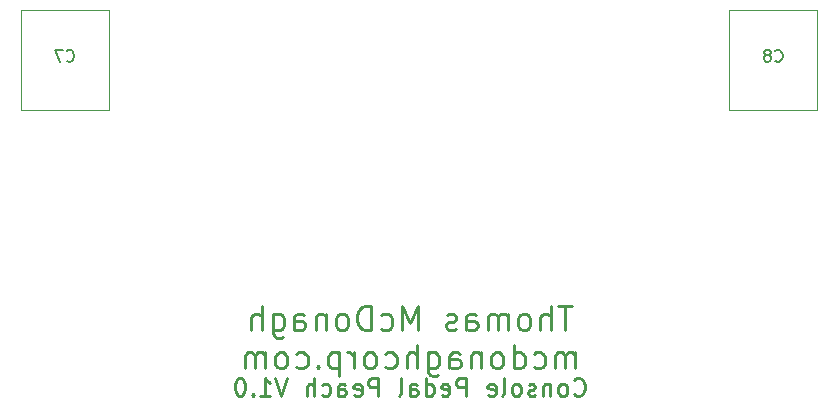
<source format=gbr>
G04 #@! TF.GenerationSoftware,KiCad,Pcbnew,(5.1.7)-1*
G04 #@! TF.CreationDate,2021-06-02T12:35:44-05:00*
G04 #@! TF.ProjectId,ConsolePedalPeach,436f6e73-6f6c-4655-9065-64616c506561,rev?*
G04 #@! TF.SameCoordinates,Original*
G04 #@! TF.FileFunction,Legend,Bot*
G04 #@! TF.FilePolarity,Positive*
%FSLAX46Y46*%
G04 Gerber Fmt 4.6, Leading zero omitted, Abs format (unit mm)*
G04 Created by KiCad (PCBNEW (5.1.7)-1) date 2021-06-02 12:35:44*
%MOMM*%
%LPD*%
G01*
G04 APERTURE LIST*
%ADD10C,0.250000*%
%ADD11C,0.120000*%
%ADD12C,0.150000*%
G04 APERTURE END LIST*
D10*
X145972857Y-121820714D02*
X146044285Y-121892142D01*
X146258571Y-121963571D01*
X146401428Y-121963571D01*
X146615714Y-121892142D01*
X146758571Y-121749285D01*
X146830000Y-121606428D01*
X146901428Y-121320714D01*
X146901428Y-121106428D01*
X146830000Y-120820714D01*
X146758571Y-120677857D01*
X146615714Y-120535000D01*
X146401428Y-120463571D01*
X146258571Y-120463571D01*
X146044285Y-120535000D01*
X145972857Y-120606428D01*
X145115714Y-121963571D02*
X145258571Y-121892142D01*
X145330000Y-121820714D01*
X145401428Y-121677857D01*
X145401428Y-121249285D01*
X145330000Y-121106428D01*
X145258571Y-121035000D01*
X145115714Y-120963571D01*
X144901428Y-120963571D01*
X144758571Y-121035000D01*
X144687142Y-121106428D01*
X144615714Y-121249285D01*
X144615714Y-121677857D01*
X144687142Y-121820714D01*
X144758571Y-121892142D01*
X144901428Y-121963571D01*
X145115714Y-121963571D01*
X143972857Y-120963571D02*
X143972857Y-121963571D01*
X143972857Y-121106428D02*
X143901428Y-121035000D01*
X143758571Y-120963571D01*
X143544285Y-120963571D01*
X143401428Y-121035000D01*
X143330000Y-121177857D01*
X143330000Y-121963571D01*
X142687142Y-121892142D02*
X142544285Y-121963571D01*
X142258571Y-121963571D01*
X142115714Y-121892142D01*
X142044285Y-121749285D01*
X142044285Y-121677857D01*
X142115714Y-121535000D01*
X142258571Y-121463571D01*
X142472857Y-121463571D01*
X142615714Y-121392142D01*
X142687142Y-121249285D01*
X142687142Y-121177857D01*
X142615714Y-121035000D01*
X142472857Y-120963571D01*
X142258571Y-120963571D01*
X142115714Y-121035000D01*
X141187142Y-121963571D02*
X141330000Y-121892142D01*
X141401428Y-121820714D01*
X141472857Y-121677857D01*
X141472857Y-121249285D01*
X141401428Y-121106428D01*
X141330000Y-121035000D01*
X141187142Y-120963571D01*
X140972857Y-120963571D01*
X140830000Y-121035000D01*
X140758571Y-121106428D01*
X140687142Y-121249285D01*
X140687142Y-121677857D01*
X140758571Y-121820714D01*
X140830000Y-121892142D01*
X140972857Y-121963571D01*
X141187142Y-121963571D01*
X139830000Y-121963571D02*
X139972857Y-121892142D01*
X140044285Y-121749285D01*
X140044285Y-120463571D01*
X138687142Y-121892142D02*
X138830000Y-121963571D01*
X139115714Y-121963571D01*
X139258571Y-121892142D01*
X139330000Y-121749285D01*
X139330000Y-121177857D01*
X139258571Y-121035000D01*
X139115714Y-120963571D01*
X138830000Y-120963571D01*
X138687142Y-121035000D01*
X138615714Y-121177857D01*
X138615714Y-121320714D01*
X139330000Y-121463571D01*
X136830000Y-121963571D02*
X136830000Y-120463571D01*
X136258571Y-120463571D01*
X136115714Y-120535000D01*
X136044285Y-120606428D01*
X135972857Y-120749285D01*
X135972857Y-120963571D01*
X136044285Y-121106428D01*
X136115714Y-121177857D01*
X136258571Y-121249285D01*
X136830000Y-121249285D01*
X134758571Y-121892142D02*
X134901428Y-121963571D01*
X135187142Y-121963571D01*
X135330000Y-121892142D01*
X135401428Y-121749285D01*
X135401428Y-121177857D01*
X135330000Y-121035000D01*
X135187142Y-120963571D01*
X134901428Y-120963571D01*
X134758571Y-121035000D01*
X134687142Y-121177857D01*
X134687142Y-121320714D01*
X135401428Y-121463571D01*
X133401428Y-121963571D02*
X133401428Y-120463571D01*
X133401428Y-121892142D02*
X133544285Y-121963571D01*
X133830000Y-121963571D01*
X133972857Y-121892142D01*
X134044285Y-121820714D01*
X134115714Y-121677857D01*
X134115714Y-121249285D01*
X134044285Y-121106428D01*
X133972857Y-121035000D01*
X133830000Y-120963571D01*
X133544285Y-120963571D01*
X133401428Y-121035000D01*
X132044285Y-121963571D02*
X132044285Y-121177857D01*
X132115714Y-121035000D01*
X132258571Y-120963571D01*
X132544285Y-120963571D01*
X132687142Y-121035000D01*
X132044285Y-121892142D02*
X132187142Y-121963571D01*
X132544285Y-121963571D01*
X132687142Y-121892142D01*
X132758571Y-121749285D01*
X132758571Y-121606428D01*
X132687142Y-121463571D01*
X132544285Y-121392142D01*
X132187142Y-121392142D01*
X132044285Y-121320714D01*
X131115714Y-121963571D02*
X131258571Y-121892142D01*
X131330000Y-121749285D01*
X131330000Y-120463571D01*
X129401428Y-121963571D02*
X129401428Y-120463571D01*
X128830000Y-120463571D01*
X128687142Y-120535000D01*
X128615714Y-120606428D01*
X128544285Y-120749285D01*
X128544285Y-120963571D01*
X128615714Y-121106428D01*
X128687142Y-121177857D01*
X128830000Y-121249285D01*
X129401428Y-121249285D01*
X127330000Y-121892142D02*
X127472857Y-121963571D01*
X127758571Y-121963571D01*
X127901428Y-121892142D01*
X127972857Y-121749285D01*
X127972857Y-121177857D01*
X127901428Y-121035000D01*
X127758571Y-120963571D01*
X127472857Y-120963571D01*
X127330000Y-121035000D01*
X127258571Y-121177857D01*
X127258571Y-121320714D01*
X127972857Y-121463571D01*
X125972857Y-121963571D02*
X125972857Y-121177857D01*
X126044285Y-121035000D01*
X126187142Y-120963571D01*
X126472857Y-120963571D01*
X126615714Y-121035000D01*
X125972857Y-121892142D02*
X126115714Y-121963571D01*
X126472857Y-121963571D01*
X126615714Y-121892142D01*
X126687142Y-121749285D01*
X126687142Y-121606428D01*
X126615714Y-121463571D01*
X126472857Y-121392142D01*
X126115714Y-121392142D01*
X125972857Y-121320714D01*
X124615714Y-121892142D02*
X124758571Y-121963571D01*
X125044285Y-121963571D01*
X125187142Y-121892142D01*
X125258571Y-121820714D01*
X125330000Y-121677857D01*
X125330000Y-121249285D01*
X125258571Y-121106428D01*
X125187142Y-121035000D01*
X125044285Y-120963571D01*
X124758571Y-120963571D01*
X124615714Y-121035000D01*
X123972857Y-121963571D02*
X123972857Y-120463571D01*
X123330000Y-121963571D02*
X123330000Y-121177857D01*
X123401428Y-121035000D01*
X123544285Y-120963571D01*
X123758571Y-120963571D01*
X123901428Y-121035000D01*
X123972857Y-121106428D01*
X121687142Y-120463571D02*
X121187142Y-121963571D01*
X120687142Y-120463571D01*
X119401428Y-121963571D02*
X120258571Y-121963571D01*
X119830000Y-121963571D02*
X119830000Y-120463571D01*
X119972857Y-120677857D01*
X120115714Y-120820714D01*
X120258571Y-120892142D01*
X118758571Y-121820714D02*
X118687142Y-121892142D01*
X118758571Y-121963571D01*
X118830000Y-121892142D01*
X118758571Y-121820714D01*
X118758571Y-121963571D01*
X117758571Y-120463571D02*
X117615714Y-120463571D01*
X117472857Y-120535000D01*
X117401428Y-120606428D01*
X117330000Y-120749285D01*
X117258571Y-121035000D01*
X117258571Y-121392142D01*
X117330000Y-121677857D01*
X117401428Y-121820714D01*
X117472857Y-121892142D01*
X117615714Y-121963571D01*
X117758571Y-121963571D01*
X117901428Y-121892142D01*
X117972857Y-121820714D01*
X118044285Y-121677857D01*
X118115714Y-121392142D01*
X118115714Y-121035000D01*
X118044285Y-120749285D01*
X117972857Y-120606428D01*
X117901428Y-120535000D01*
X117758571Y-120463571D01*
X145794285Y-114373761D02*
X144651428Y-114373761D01*
X145222857Y-116373761D02*
X145222857Y-114373761D01*
X143984761Y-116373761D02*
X143984761Y-114373761D01*
X143127619Y-116373761D02*
X143127619Y-115326142D01*
X143222857Y-115135666D01*
X143413333Y-115040428D01*
X143699047Y-115040428D01*
X143889523Y-115135666D01*
X143984761Y-115230904D01*
X141889523Y-116373761D02*
X142080000Y-116278523D01*
X142175238Y-116183285D01*
X142270476Y-115992809D01*
X142270476Y-115421380D01*
X142175238Y-115230904D01*
X142080000Y-115135666D01*
X141889523Y-115040428D01*
X141603809Y-115040428D01*
X141413333Y-115135666D01*
X141318095Y-115230904D01*
X141222857Y-115421380D01*
X141222857Y-115992809D01*
X141318095Y-116183285D01*
X141413333Y-116278523D01*
X141603809Y-116373761D01*
X141889523Y-116373761D01*
X140365714Y-116373761D02*
X140365714Y-115040428D01*
X140365714Y-115230904D02*
X140270476Y-115135666D01*
X140080000Y-115040428D01*
X139794285Y-115040428D01*
X139603809Y-115135666D01*
X139508571Y-115326142D01*
X139508571Y-116373761D01*
X139508571Y-115326142D02*
X139413333Y-115135666D01*
X139222857Y-115040428D01*
X138937142Y-115040428D01*
X138746666Y-115135666D01*
X138651428Y-115326142D01*
X138651428Y-116373761D01*
X136841904Y-116373761D02*
X136841904Y-115326142D01*
X136937142Y-115135666D01*
X137127619Y-115040428D01*
X137508571Y-115040428D01*
X137699047Y-115135666D01*
X136841904Y-116278523D02*
X137032380Y-116373761D01*
X137508571Y-116373761D01*
X137699047Y-116278523D01*
X137794285Y-116088047D01*
X137794285Y-115897571D01*
X137699047Y-115707095D01*
X137508571Y-115611857D01*
X137032380Y-115611857D01*
X136841904Y-115516619D01*
X135984761Y-116278523D02*
X135794285Y-116373761D01*
X135413333Y-116373761D01*
X135222857Y-116278523D01*
X135127619Y-116088047D01*
X135127619Y-115992809D01*
X135222857Y-115802333D01*
X135413333Y-115707095D01*
X135699047Y-115707095D01*
X135889523Y-115611857D01*
X135984761Y-115421380D01*
X135984761Y-115326142D01*
X135889523Y-115135666D01*
X135699047Y-115040428D01*
X135413333Y-115040428D01*
X135222857Y-115135666D01*
X132746666Y-116373761D02*
X132746666Y-114373761D01*
X132080000Y-115802333D01*
X131413333Y-114373761D01*
X131413333Y-116373761D01*
X129603809Y-116278523D02*
X129794285Y-116373761D01*
X130175238Y-116373761D01*
X130365714Y-116278523D01*
X130460952Y-116183285D01*
X130556190Y-115992809D01*
X130556190Y-115421380D01*
X130460952Y-115230904D01*
X130365714Y-115135666D01*
X130175238Y-115040428D01*
X129794285Y-115040428D01*
X129603809Y-115135666D01*
X128746666Y-116373761D02*
X128746666Y-114373761D01*
X128270476Y-114373761D01*
X127984761Y-114469000D01*
X127794285Y-114659476D01*
X127699047Y-114849952D01*
X127603809Y-115230904D01*
X127603809Y-115516619D01*
X127699047Y-115897571D01*
X127794285Y-116088047D01*
X127984761Y-116278523D01*
X128270476Y-116373761D01*
X128746666Y-116373761D01*
X126460952Y-116373761D02*
X126651428Y-116278523D01*
X126746666Y-116183285D01*
X126841904Y-115992809D01*
X126841904Y-115421380D01*
X126746666Y-115230904D01*
X126651428Y-115135666D01*
X126460952Y-115040428D01*
X126175238Y-115040428D01*
X125984761Y-115135666D01*
X125889523Y-115230904D01*
X125794285Y-115421380D01*
X125794285Y-115992809D01*
X125889523Y-116183285D01*
X125984761Y-116278523D01*
X126175238Y-116373761D01*
X126460952Y-116373761D01*
X124937142Y-115040428D02*
X124937142Y-116373761D01*
X124937142Y-115230904D02*
X124841904Y-115135666D01*
X124651428Y-115040428D01*
X124365714Y-115040428D01*
X124175238Y-115135666D01*
X124080000Y-115326142D01*
X124080000Y-116373761D01*
X122270476Y-116373761D02*
X122270476Y-115326142D01*
X122365714Y-115135666D01*
X122556190Y-115040428D01*
X122937142Y-115040428D01*
X123127619Y-115135666D01*
X122270476Y-116278523D02*
X122460952Y-116373761D01*
X122937142Y-116373761D01*
X123127619Y-116278523D01*
X123222857Y-116088047D01*
X123222857Y-115897571D01*
X123127619Y-115707095D01*
X122937142Y-115611857D01*
X122460952Y-115611857D01*
X122270476Y-115516619D01*
X120460952Y-115040428D02*
X120460952Y-116659476D01*
X120556190Y-116849952D01*
X120651428Y-116945190D01*
X120841904Y-117040428D01*
X121127619Y-117040428D01*
X121318095Y-116945190D01*
X120460952Y-116278523D02*
X120651428Y-116373761D01*
X121032380Y-116373761D01*
X121222857Y-116278523D01*
X121318095Y-116183285D01*
X121413333Y-115992809D01*
X121413333Y-115421380D01*
X121318095Y-115230904D01*
X121222857Y-115135666D01*
X121032380Y-115040428D01*
X120651428Y-115040428D01*
X120460952Y-115135666D01*
X119508571Y-116373761D02*
X119508571Y-114373761D01*
X118651428Y-116373761D02*
X118651428Y-115326142D01*
X118746666Y-115135666D01*
X118937142Y-115040428D01*
X119222857Y-115040428D01*
X119413333Y-115135666D01*
X119508571Y-115230904D01*
X146080000Y-119623761D02*
X146080000Y-118290428D01*
X146080000Y-118480904D02*
X145984761Y-118385666D01*
X145794285Y-118290428D01*
X145508571Y-118290428D01*
X145318095Y-118385666D01*
X145222857Y-118576142D01*
X145222857Y-119623761D01*
X145222857Y-118576142D02*
X145127619Y-118385666D01*
X144937142Y-118290428D01*
X144651428Y-118290428D01*
X144460952Y-118385666D01*
X144365714Y-118576142D01*
X144365714Y-119623761D01*
X142556190Y-119528523D02*
X142746666Y-119623761D01*
X143127619Y-119623761D01*
X143318095Y-119528523D01*
X143413333Y-119433285D01*
X143508571Y-119242809D01*
X143508571Y-118671380D01*
X143413333Y-118480904D01*
X143318095Y-118385666D01*
X143127619Y-118290428D01*
X142746666Y-118290428D01*
X142556190Y-118385666D01*
X140841904Y-119623761D02*
X140841904Y-117623761D01*
X140841904Y-119528523D02*
X141032380Y-119623761D01*
X141413333Y-119623761D01*
X141603809Y-119528523D01*
X141699047Y-119433285D01*
X141794285Y-119242809D01*
X141794285Y-118671380D01*
X141699047Y-118480904D01*
X141603809Y-118385666D01*
X141413333Y-118290428D01*
X141032380Y-118290428D01*
X140841904Y-118385666D01*
X139603809Y-119623761D02*
X139794285Y-119528523D01*
X139889523Y-119433285D01*
X139984761Y-119242809D01*
X139984761Y-118671380D01*
X139889523Y-118480904D01*
X139794285Y-118385666D01*
X139603809Y-118290428D01*
X139318095Y-118290428D01*
X139127619Y-118385666D01*
X139032380Y-118480904D01*
X138937142Y-118671380D01*
X138937142Y-119242809D01*
X139032380Y-119433285D01*
X139127619Y-119528523D01*
X139318095Y-119623761D01*
X139603809Y-119623761D01*
X138080000Y-118290428D02*
X138080000Y-119623761D01*
X138080000Y-118480904D02*
X137984761Y-118385666D01*
X137794285Y-118290428D01*
X137508571Y-118290428D01*
X137318095Y-118385666D01*
X137222857Y-118576142D01*
X137222857Y-119623761D01*
X135413333Y-119623761D02*
X135413333Y-118576142D01*
X135508571Y-118385666D01*
X135699047Y-118290428D01*
X136080000Y-118290428D01*
X136270476Y-118385666D01*
X135413333Y-119528523D02*
X135603809Y-119623761D01*
X136080000Y-119623761D01*
X136270476Y-119528523D01*
X136365714Y-119338047D01*
X136365714Y-119147571D01*
X136270476Y-118957095D01*
X136080000Y-118861857D01*
X135603809Y-118861857D01*
X135413333Y-118766619D01*
X133603809Y-118290428D02*
X133603809Y-119909476D01*
X133699047Y-120099952D01*
X133794285Y-120195190D01*
X133984761Y-120290428D01*
X134270476Y-120290428D01*
X134460952Y-120195190D01*
X133603809Y-119528523D02*
X133794285Y-119623761D01*
X134175238Y-119623761D01*
X134365714Y-119528523D01*
X134460952Y-119433285D01*
X134556190Y-119242809D01*
X134556190Y-118671380D01*
X134460952Y-118480904D01*
X134365714Y-118385666D01*
X134175238Y-118290428D01*
X133794285Y-118290428D01*
X133603809Y-118385666D01*
X132651428Y-119623761D02*
X132651428Y-117623761D01*
X131794285Y-119623761D02*
X131794285Y-118576142D01*
X131889523Y-118385666D01*
X132080000Y-118290428D01*
X132365714Y-118290428D01*
X132556190Y-118385666D01*
X132651428Y-118480904D01*
X129984761Y-119528523D02*
X130175238Y-119623761D01*
X130556190Y-119623761D01*
X130746666Y-119528523D01*
X130841904Y-119433285D01*
X130937142Y-119242809D01*
X130937142Y-118671380D01*
X130841904Y-118480904D01*
X130746666Y-118385666D01*
X130556190Y-118290428D01*
X130175238Y-118290428D01*
X129984761Y-118385666D01*
X128841904Y-119623761D02*
X129032380Y-119528523D01*
X129127619Y-119433285D01*
X129222857Y-119242809D01*
X129222857Y-118671380D01*
X129127619Y-118480904D01*
X129032380Y-118385666D01*
X128841904Y-118290428D01*
X128556190Y-118290428D01*
X128365714Y-118385666D01*
X128270476Y-118480904D01*
X128175238Y-118671380D01*
X128175238Y-119242809D01*
X128270476Y-119433285D01*
X128365714Y-119528523D01*
X128556190Y-119623761D01*
X128841904Y-119623761D01*
X127318095Y-119623761D02*
X127318095Y-118290428D01*
X127318095Y-118671380D02*
X127222857Y-118480904D01*
X127127619Y-118385666D01*
X126937142Y-118290428D01*
X126746666Y-118290428D01*
X126080000Y-118290428D02*
X126080000Y-120290428D01*
X126080000Y-118385666D02*
X125889523Y-118290428D01*
X125508571Y-118290428D01*
X125318095Y-118385666D01*
X125222857Y-118480904D01*
X125127619Y-118671380D01*
X125127619Y-119242809D01*
X125222857Y-119433285D01*
X125318095Y-119528523D01*
X125508571Y-119623761D01*
X125889523Y-119623761D01*
X126080000Y-119528523D01*
X124270476Y-119433285D02*
X124175238Y-119528523D01*
X124270476Y-119623761D01*
X124365714Y-119528523D01*
X124270476Y-119433285D01*
X124270476Y-119623761D01*
X122460952Y-119528523D02*
X122651428Y-119623761D01*
X123032380Y-119623761D01*
X123222857Y-119528523D01*
X123318095Y-119433285D01*
X123413333Y-119242809D01*
X123413333Y-118671380D01*
X123318095Y-118480904D01*
X123222857Y-118385666D01*
X123032380Y-118290428D01*
X122651428Y-118290428D01*
X122460952Y-118385666D01*
X121318095Y-119623761D02*
X121508571Y-119528523D01*
X121603809Y-119433285D01*
X121699047Y-119242809D01*
X121699047Y-118671380D01*
X121603809Y-118480904D01*
X121508571Y-118385666D01*
X121318095Y-118290428D01*
X121032380Y-118290428D01*
X120841904Y-118385666D01*
X120746666Y-118480904D01*
X120651428Y-118671380D01*
X120651428Y-119242809D01*
X120746666Y-119433285D01*
X120841904Y-119528523D01*
X121032380Y-119623761D01*
X121318095Y-119623761D01*
X119794285Y-119623761D02*
X119794285Y-118290428D01*
X119794285Y-118480904D02*
X119699047Y-118385666D01*
X119508571Y-118290428D01*
X119222857Y-118290428D01*
X119032380Y-118385666D01*
X118937142Y-118576142D01*
X118937142Y-119623761D01*
X118937142Y-118576142D02*
X118841904Y-118385666D01*
X118651428Y-118290428D01*
X118365714Y-118290428D01*
X118175238Y-118385666D01*
X118080000Y-118576142D01*
X118080000Y-119623761D01*
D11*
G04 #@! TO.C,C7*
X99115000Y-89308000D02*
X99115000Y-97798000D01*
X106555000Y-89308000D02*
X106555000Y-97798000D01*
X106555000Y-97798000D02*
X99115000Y-97798000D01*
X106555000Y-89308000D02*
X99115000Y-89308000D01*
G04 #@! TO.C,C8*
X159115000Y-89308000D02*
X159115000Y-97798000D01*
X166555000Y-89308000D02*
X166555000Y-97798000D01*
X166555000Y-97798000D02*
X159115000Y-97798000D01*
X166555000Y-89308000D02*
X159115000Y-89308000D01*
G04 #@! TO.C,C7*
D12*
X103001666Y-93575142D02*
X103049285Y-93622761D01*
X103192142Y-93670380D01*
X103287380Y-93670380D01*
X103430238Y-93622761D01*
X103525476Y-93527523D01*
X103573095Y-93432285D01*
X103620714Y-93241809D01*
X103620714Y-93098952D01*
X103573095Y-92908476D01*
X103525476Y-92813238D01*
X103430238Y-92718000D01*
X103287380Y-92670380D01*
X103192142Y-92670380D01*
X103049285Y-92718000D01*
X103001666Y-92765619D01*
X102668333Y-92670380D02*
X102001666Y-92670380D01*
X102430238Y-93670380D01*
G04 #@! TO.C,C8*
X163001666Y-93575142D02*
X163049285Y-93622761D01*
X163192142Y-93670380D01*
X163287380Y-93670380D01*
X163430238Y-93622761D01*
X163525476Y-93527523D01*
X163573095Y-93432285D01*
X163620714Y-93241809D01*
X163620714Y-93098952D01*
X163573095Y-92908476D01*
X163525476Y-92813238D01*
X163430238Y-92718000D01*
X163287380Y-92670380D01*
X163192142Y-92670380D01*
X163049285Y-92718000D01*
X163001666Y-92765619D01*
X162430238Y-93098952D02*
X162525476Y-93051333D01*
X162573095Y-93003714D01*
X162620714Y-92908476D01*
X162620714Y-92860857D01*
X162573095Y-92765619D01*
X162525476Y-92718000D01*
X162430238Y-92670380D01*
X162239761Y-92670380D01*
X162144523Y-92718000D01*
X162096904Y-92765619D01*
X162049285Y-92860857D01*
X162049285Y-92908476D01*
X162096904Y-93003714D01*
X162144523Y-93051333D01*
X162239761Y-93098952D01*
X162430238Y-93098952D01*
X162525476Y-93146571D01*
X162573095Y-93194190D01*
X162620714Y-93289428D01*
X162620714Y-93479904D01*
X162573095Y-93575142D01*
X162525476Y-93622761D01*
X162430238Y-93670380D01*
X162239761Y-93670380D01*
X162144523Y-93622761D01*
X162096904Y-93575142D01*
X162049285Y-93479904D01*
X162049285Y-93289428D01*
X162096904Y-93194190D01*
X162144523Y-93146571D01*
X162239761Y-93098952D01*
G04 #@! TD*
M02*

</source>
